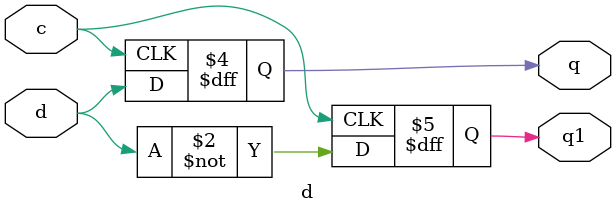
<source format=v>
module d(q,q1,d,c);
output q,q1;
 input d,c;
 reg q,q1;
	initial 
	   begin
		   q=1'b0; q1=1'b1;//initial value of q qnd q1
	   end
	always @ (posedge c)//always change at posedge of clock
	   begin 
		 q=d;
		 q1= ~d;
	   end
endmodule

</source>
